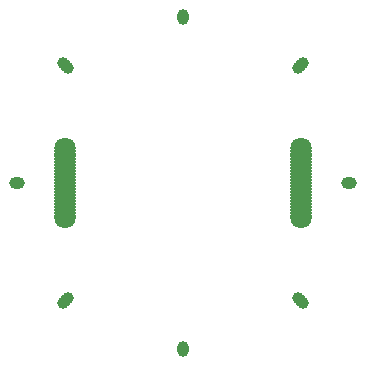
<source format=gbl>
G75*
%MOIN*%
%OFA0B0*%
%FSLAX25Y25*%
%IPPOS*%
%LPD*%
%AMOC8*
5,1,8,0,0,1.08239X$1,22.5*
%
%ADD10C,0.03962*%
%ADD11C,0.07087*%
D10*
X0021290Y0021290D03*
X0021782Y0021782D03*
X0022274Y0022274D03*
X0022767Y0022767D03*
X0006526Y0061152D03*
X0006034Y0061152D03*
X0005542Y0061152D03*
X0005050Y0061152D03*
X0022767Y0099538D03*
X0022274Y0100030D03*
X0021782Y0100522D03*
X0021290Y0101015D03*
X0061152Y0115778D03*
X0061152Y0116270D03*
X0061152Y0116763D03*
X0061152Y0117255D03*
X0099538Y0099538D03*
X0100030Y0100030D03*
X0100522Y0100522D03*
X0101015Y0101015D03*
X0115778Y0061152D03*
X0116270Y0061152D03*
X0116763Y0061152D03*
X0117255Y0061152D03*
X0099538Y0022767D03*
X0100030Y0022274D03*
X0100522Y0021782D03*
X0101015Y0021290D03*
X0061152Y0006526D03*
X0061152Y0006034D03*
X0061152Y0005542D03*
X0061152Y0005050D03*
D11*
X0021782Y0049341D03*
X0021782Y0050326D03*
X0021782Y0051310D03*
X0021782Y0052294D03*
X0021782Y0053278D03*
X0021782Y0054263D03*
X0021782Y0055247D03*
X0021782Y0056231D03*
X0021782Y0057215D03*
X0021782Y0058200D03*
X0021782Y0059184D03*
X0021782Y0060168D03*
X0021782Y0061152D03*
X0021782Y0062137D03*
X0021782Y0063121D03*
X0021782Y0064105D03*
X0021782Y0065089D03*
X0021782Y0066074D03*
X0021782Y0067058D03*
X0021782Y0068042D03*
X0021782Y0069026D03*
X0021782Y0070011D03*
X0021782Y0070995D03*
X0021782Y0071979D03*
X0021782Y0072963D03*
X0100522Y0072963D03*
X0100522Y0071979D03*
X0100522Y0070995D03*
X0100522Y0070011D03*
X0100522Y0069026D03*
X0100522Y0068042D03*
X0100522Y0067058D03*
X0100522Y0066074D03*
X0100522Y0065089D03*
X0100522Y0064105D03*
X0100522Y0063121D03*
X0100522Y0062137D03*
X0100522Y0061152D03*
X0100522Y0060168D03*
X0100522Y0059184D03*
X0100522Y0058200D03*
X0100522Y0057215D03*
X0100522Y0056231D03*
X0100522Y0055247D03*
X0100522Y0054263D03*
X0100522Y0053278D03*
X0100522Y0052294D03*
X0100522Y0051310D03*
X0100522Y0050326D03*
X0100522Y0049341D03*
M02*

</source>
